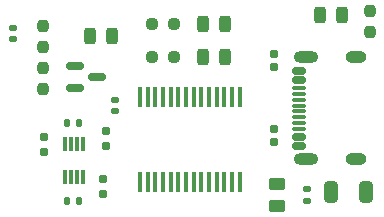
<source format=gtp>
%TF.GenerationSoftware,KiCad,Pcbnew,9.0.1-9.0.1-0~ubuntu24.10.1*%
%TF.CreationDate,2025-04-24T18:54:48+02:00*%
%TF.ProjectId,usb_uart_1V8,7573625f-7561-4727-945f-3156382e6b69,0.5*%
%TF.SameCoordinates,Original*%
%TF.FileFunction,Paste,Top*%
%TF.FilePolarity,Positive*%
%FSLAX46Y46*%
G04 Gerber Fmt 4.6, Leading zero omitted, Abs format (unit mm)*
G04 Created by KiCad (PCBNEW 9.0.1-9.0.1-0~ubuntu24.10.1) date 2025-04-24 18:54:48*
%MOMM*%
%LPD*%
G01*
G04 APERTURE LIST*
G04 Aperture macros list*
%AMRoundRect*
0 Rectangle with rounded corners*
0 $1 Rounding radius*
0 $2 $3 $4 $5 $6 $7 $8 $9 X,Y pos of 4 corners*
0 Add a 4 corners polygon primitive as box body*
4,1,4,$2,$3,$4,$5,$6,$7,$8,$9,$2,$3,0*
0 Add four circle primitives for the rounded corners*
1,1,$1+$1,$2,$3*
1,1,$1+$1,$4,$5*
1,1,$1+$1,$6,$7*
1,1,$1+$1,$8,$9*
0 Add four rect primitives between the rounded corners*
20,1,$1+$1,$2,$3,$4,$5,0*
20,1,$1+$1,$4,$5,$6,$7,0*
20,1,$1+$1,$6,$7,$8,$9,0*
20,1,$1+$1,$8,$9,$2,$3,0*%
G04 Aperture macros list end*
%ADD10RoundRect,0.155000X0.155000X-0.212500X0.155000X0.212500X-0.155000X0.212500X-0.155000X-0.212500X0*%
%ADD11RoundRect,0.155000X-0.155000X0.212500X-0.155000X-0.212500X0.155000X-0.212500X0.155000X0.212500X0*%
%ADD12RoundRect,0.150000X0.425000X-0.150000X0.425000X0.150000X-0.425000X0.150000X-0.425000X-0.150000X0*%
%ADD13RoundRect,0.075000X0.500000X-0.075000X0.500000X0.075000X-0.500000X0.075000X-0.500000X-0.075000X0*%
%ADD14O,2.100000X1.000000*%
%ADD15O,1.800000X1.000000*%
%ADD16RoundRect,0.250000X-0.450000X0.262500X-0.450000X-0.262500X0.450000X-0.262500X0.450000X0.262500X0*%
%ADD17RoundRect,0.160000X0.160000X-0.197500X0.160000X0.197500X-0.160000X0.197500X-0.160000X-0.197500X0*%
%ADD18RoundRect,0.150000X-0.587500X-0.150000X0.587500X-0.150000X0.587500X0.150000X-0.587500X0.150000X0*%
%ADD19RoundRect,0.243750X-0.243750X-0.456250X0.243750X-0.456250X0.243750X0.456250X-0.243750X0.456250X0*%
%ADD20RoundRect,0.237500X-0.237500X0.250000X-0.237500X-0.250000X0.237500X-0.250000X0.237500X0.250000X0*%
%ADD21RoundRect,0.140000X-0.140000X-0.170000X0.140000X-0.170000X0.140000X0.170000X-0.140000X0.170000X0*%
%ADD22RoundRect,0.250000X-0.325000X-0.650000X0.325000X-0.650000X0.325000X0.650000X-0.325000X0.650000X0*%
%ADD23RoundRect,0.140000X0.140000X0.170000X-0.140000X0.170000X-0.140000X-0.170000X0.140000X-0.170000X0*%
%ADD24RoundRect,0.140000X0.170000X-0.140000X0.170000X0.140000X-0.170000X0.140000X-0.170000X-0.140000X0*%
%ADD25RoundRect,0.237500X0.250000X0.237500X-0.250000X0.237500X-0.250000X-0.237500X0.250000X-0.237500X0*%
%ADD26RoundRect,0.140000X-0.170000X0.140000X-0.170000X-0.140000X0.170000X-0.140000X0.170000X0.140000X0*%
%ADD27RoundRect,0.160000X-0.160000X0.197500X-0.160000X-0.197500X0.160000X-0.197500X0.160000X0.197500X0*%
%ADD28RoundRect,0.087500X0.087500X-0.537500X0.087500X0.537500X-0.087500X0.537500X-0.087500X-0.537500X0*%
%ADD29R,0.450000X1.750000*%
%ADD30RoundRect,0.243750X0.243750X0.456250X-0.243750X0.456250X-0.243750X-0.456250X0.243750X-0.456250X0*%
G04 APERTURE END LIST*
D10*
%TO.C,R10*%
X159766000Y-126043500D03*
X159766000Y-124908500D03*
%TD*%
D11*
%TO.C,R9*%
X159766000Y-131258500D03*
X159766000Y-132393500D03*
%TD*%
D12*
%TO.C,J1*%
X161928000Y-132740000D03*
X161928000Y-131940000D03*
D13*
X161928000Y-130790000D03*
X161928000Y-129790000D03*
X161928000Y-129290000D03*
X161928000Y-128290000D03*
D12*
X161928000Y-127140000D03*
X161928000Y-126340000D03*
X161928000Y-126340000D03*
X161928000Y-127140000D03*
D13*
X161928000Y-127790000D03*
X161928000Y-128790000D03*
X161928000Y-130290000D03*
X161928000Y-131290000D03*
D12*
X161928000Y-131940000D03*
X161928000Y-132740000D03*
D14*
X162503000Y-133860000D03*
D15*
X166683000Y-133860000D03*
D14*
X162503000Y-125220000D03*
D15*
X166683000Y-125220000D03*
%TD*%
D16*
%TO.C,FB1*%
X160020000Y-135953500D03*
X160020000Y-137778500D03*
%TD*%
D17*
%TO.C,R6*%
X140303000Y-133185500D03*
X140303000Y-131990500D03*
%TD*%
D18*
%TO.C,Q1*%
X142917758Y-125917742D03*
X142917758Y-127817742D03*
X144792758Y-126867742D03*
%TD*%
D19*
%TO.C,D2*%
X153748500Y-122428000D03*
X155623500Y-122428000D03*
%TD*%
D20*
%TO.C,R1*%
X167894000Y-121261500D03*
X167894000Y-123086500D03*
%TD*%
%TO.C,R7*%
X140221258Y-122531500D03*
X140221258Y-124356500D03*
%TD*%
D21*
%TO.C,C5*%
X142289000Y-130812258D03*
X143249000Y-130812258D03*
%TD*%
D19*
%TO.C,D4*%
X144187758Y-123444000D03*
X146062758Y-123444000D03*
%TD*%
D20*
%TO.C,R8*%
X140221258Y-126087500D03*
X140221258Y-127912500D03*
%TD*%
D22*
%TO.C,C2*%
X164641000Y-136652000D03*
X167591000Y-136652000D03*
%TD*%
D23*
%TO.C,C4*%
X143249000Y-137416258D03*
X142289000Y-137416258D03*
%TD*%
D24*
%TO.C,C1*%
X162560000Y-137346000D03*
X162560000Y-136386000D03*
%TD*%
D25*
%TO.C,R2*%
X151280500Y-122428000D03*
X149455500Y-122428000D03*
%TD*%
D26*
%TO.C,C3*%
X146304000Y-128806000D03*
X146304000Y-129766000D03*
%TD*%
D25*
%TO.C,R3*%
X151280500Y-125222000D03*
X149455500Y-125222000D03*
%TD*%
D19*
%TO.C,D3*%
X153748500Y-125222000D03*
X155623500Y-125222000D03*
%TD*%
D17*
%TO.C,R4*%
X145309000Y-136743758D03*
X145309000Y-135548758D03*
%TD*%
D24*
%TO.C,C6*%
X137668000Y-123670000D03*
X137668000Y-122710000D03*
%TD*%
D27*
%TO.C,R5*%
X145563000Y-131484758D03*
X145563000Y-132679758D03*
%TD*%
D28*
%TO.C,U2*%
X142097000Y-135382000D03*
X142597000Y-135382000D03*
X143097000Y-135382000D03*
X143597000Y-135382000D03*
X143597000Y-132582000D03*
X143097000Y-132582000D03*
X142597000Y-132582000D03*
X142097000Y-132582000D03*
%TD*%
D29*
%TO.C,U1*%
X148429000Y-135735742D03*
X149079000Y-135735742D03*
X149729000Y-135735742D03*
X150379000Y-135735742D03*
X151029000Y-135735742D03*
X151679000Y-135735742D03*
X152329000Y-135735742D03*
X152979000Y-135735742D03*
X153629000Y-135735742D03*
X154279000Y-135735742D03*
X154929000Y-135735742D03*
X155579000Y-135735742D03*
X156229000Y-135735742D03*
X156879000Y-135735742D03*
X156879000Y-128535742D03*
X156229000Y-128535742D03*
X155579000Y-128535742D03*
X154929000Y-128535742D03*
X154279000Y-128535742D03*
X153629000Y-128535742D03*
X152979000Y-128535742D03*
X152329000Y-128535742D03*
X151679000Y-128535742D03*
X151029000Y-128535742D03*
X150379000Y-128535742D03*
X149729000Y-128535742D03*
X149079000Y-128535742D03*
X148429000Y-128535742D03*
%TD*%
D30*
%TO.C,D1*%
X165529500Y-121666000D03*
X163654500Y-121666000D03*
%TD*%
M02*

</source>
